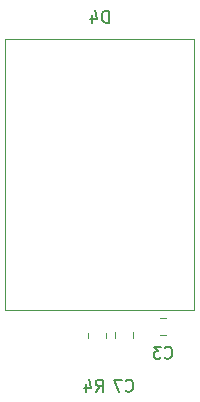
<source format=gbr>
%TF.GenerationSoftware,KiCad,Pcbnew,(6.0.1)*%
%TF.CreationDate,2022-06-01T15:29:15+03:00*%
%TF.ProjectId,Power,506f7765-722e-46b6-9963-61645f706362,rev?*%
%TF.SameCoordinates,Original*%
%TF.FileFunction,Legend,Bot*%
%TF.FilePolarity,Positive*%
%FSLAX46Y46*%
G04 Gerber Fmt 4.6, Leading zero omitted, Abs format (unit mm)*
G04 Created by KiCad (PCBNEW (6.0.1)) date 2022-06-01 15:29:15*
%MOMM*%
%LPD*%
G01*
G04 APERTURE LIST*
%ADD10C,0.150000*%
%ADD11C,0.120000*%
G04 APERTURE END LIST*
D10*
%TO.C,R4*%
X179998666Y-110180380D02*
X180332000Y-109704190D01*
X180570095Y-110180380D02*
X180570095Y-109180380D01*
X180189142Y-109180380D01*
X180093904Y-109228000D01*
X180046285Y-109275619D01*
X179998666Y-109370857D01*
X179998666Y-109513714D01*
X180046285Y-109608952D01*
X180093904Y-109656571D01*
X180189142Y-109704190D01*
X180570095Y-109704190D01*
X179141523Y-109513714D02*
X179141523Y-110180380D01*
X179379619Y-109132761D02*
X179617714Y-109847047D01*
X178998666Y-109847047D01*
%TO.C,D4*%
X181078095Y-78938380D02*
X181078095Y-77938380D01*
X180840000Y-77938380D01*
X180697142Y-77986000D01*
X180601904Y-78081238D01*
X180554285Y-78176476D01*
X180506666Y-78366952D01*
X180506666Y-78509809D01*
X180554285Y-78700285D01*
X180601904Y-78795523D01*
X180697142Y-78890761D01*
X180840000Y-78938380D01*
X181078095Y-78938380D01*
X179649523Y-78271714D02*
X179649523Y-78938380D01*
X179887619Y-77890761D02*
X180125714Y-78605047D01*
X179506666Y-78605047D01*
%TO.C,C7*%
X182538666Y-110085142D02*
X182586285Y-110132761D01*
X182729142Y-110180380D01*
X182824380Y-110180380D01*
X182967238Y-110132761D01*
X183062476Y-110037523D01*
X183110095Y-109942285D01*
X183157714Y-109751809D01*
X183157714Y-109608952D01*
X183110095Y-109418476D01*
X183062476Y-109323238D01*
X182967238Y-109228000D01*
X182824380Y-109180380D01*
X182729142Y-109180380D01*
X182586285Y-109228000D01*
X182538666Y-109275619D01*
X182205333Y-109180380D02*
X181538666Y-109180380D01*
X181967238Y-110180380D01*
%TO.C,C3*%
X185840666Y-107291142D02*
X185888285Y-107338761D01*
X186031142Y-107386380D01*
X186126380Y-107386380D01*
X186269238Y-107338761D01*
X186364476Y-107243523D01*
X186412095Y-107148285D01*
X186459714Y-106957809D01*
X186459714Y-106814952D01*
X186412095Y-106624476D01*
X186364476Y-106529238D01*
X186269238Y-106434000D01*
X186126380Y-106386380D01*
X186031142Y-106386380D01*
X185888285Y-106434000D01*
X185840666Y-106481619D01*
X185507333Y-106386380D02*
X184888285Y-106386380D01*
X185221619Y-106767333D01*
X185078761Y-106767333D01*
X184983523Y-106814952D01*
X184935904Y-106862571D01*
X184888285Y-106957809D01*
X184888285Y-107195904D01*
X184935904Y-107291142D01*
X184983523Y-107338761D01*
X185078761Y-107386380D01*
X185364476Y-107386380D01*
X185459714Y-107338761D01*
X185507333Y-107291142D01*
D11*
%TO.C,R4*%
X180821000Y-105182936D02*
X180821000Y-105637064D01*
X179351000Y-105182936D02*
X179351000Y-105637064D01*
%TO.C,D4*%
X188340000Y-80312000D02*
X172340000Y-80312000D01*
X172340000Y-103312000D02*
X188340000Y-103312000D01*
X172340000Y-80312000D02*
X172340000Y-103312000D01*
X188340000Y-103312000D02*
X188340000Y-80312000D01*
%TO.C,C7*%
X183107000Y-105671252D02*
X183107000Y-105148748D01*
X181637000Y-105671252D02*
X181637000Y-105148748D01*
%TO.C,C3*%
X185935252Y-103913000D02*
X185412748Y-103913000D01*
X185935252Y-105383000D02*
X185412748Y-105383000D01*
%TD*%
M02*

</source>
